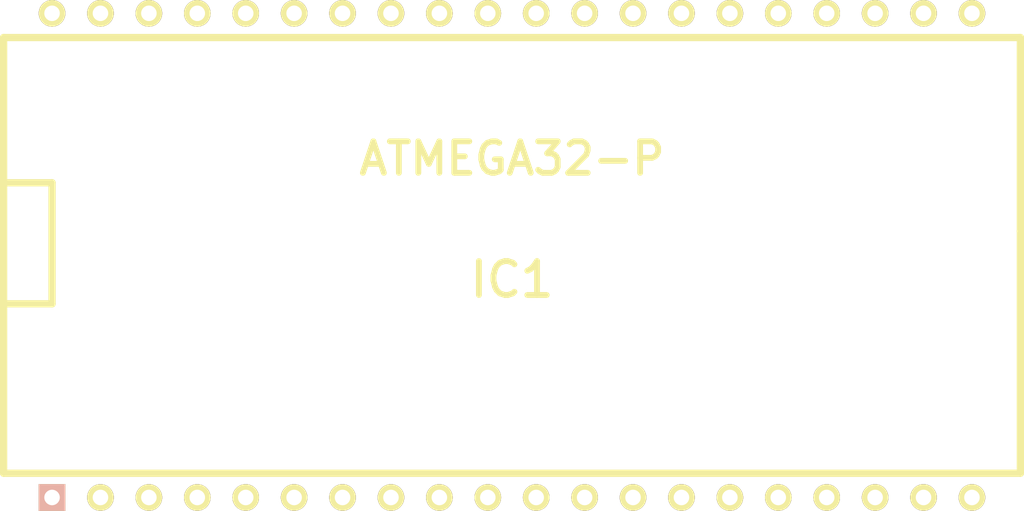
<source format=kicad_pcb>
(kicad_pcb (version 3) (host pcbnew "(2013-07-07 BZR 4022)-stable")

  (general
    (links 0)
    (no_connects 0)
    (area 0 0 0 0)
    (thickness 1.6)
    (drawings 0)
    (tracks 0)
    (zones 0)
    (modules 1)
    (nets 1)
  )

  (page A3)
  (layers
    (15 F.Cu signal)
    (0 B.Cu signal)
    (16 B.Adhes user)
    (17 F.Adhes user)
    (18 B.Paste user)
    (19 F.Paste user)
    (20 B.SilkS user)
    (21 F.SilkS user)
    (22 B.Mask user)
    (23 F.Mask user)
    (24 Dwgs.User user)
    (25 Cmts.User user)
    (26 Eco1.User user)
    (27 Eco2.User user)
    (28 Edge.Cuts user)
  )

  (setup
    (last_trace_width 0.254)
    (trace_clearance 0.254)
    (zone_clearance 0.508)
    (zone_45_only no)
    (trace_min 0.254)
    (segment_width 0.2)
    (edge_width 0.15)
    (via_size 0.889)
    (via_drill 0.635)
    (via_min_size 0.889)
    (via_min_drill 0.508)
    (uvia_size 0.508)
    (uvia_drill 0.127)
    (uvias_allowed no)
    (uvia_min_size 0.508)
    (uvia_min_drill 0.127)
    (pcb_text_width 0.3)
    (pcb_text_size 1.5 1.5)
    (mod_edge_width 0.15)
    (mod_text_size 1.5 1.5)
    (mod_text_width 0.15)
    (pad_size 1.4 1.4)
    (pad_drill 0.6)
    (pad_to_mask_clearance 0.2)
    (aux_axis_origin 0 0)
    (visible_elements 7FFFFFFF)
    (pcbplotparams
      (layerselection 3178497)
      (usegerberextensions true)
      (excludeedgelayer true)
      (linewidth 0.150000)
      (plotframeref false)
      (viasonmask false)
      (mode 1)
      (useauxorigin false)
      (hpglpennumber 1)
      (hpglpenspeed 20)
      (hpglpendiameter 15)
      (hpglpenoverlay 2)
      (psnegative false)
      (psa4output false)
      (plotreference true)
      (plotvalue true)
      (plotothertext true)
      (plotinvisibletext false)
      (padsonsilk false)
      (subtractmaskfromsilk false)
      (outputformat 1)
      (mirror false)
      (drillshape 1)
      (scaleselection 1)
      (outputdirectory ""))
  )

  (net 0 "")

  (net_class Default "Dies ist die voreingestellte Netzklasse."
    (clearance 0.254)
    (trace_width 0.254)
    (via_dia 0.889)
    (via_drill 0.635)
    (uvia_dia 0.508)
    (uvia_drill 0.127)
    (add_net "")
  )

  (module DIP-40__1000 (layer F.Cu) (tedit 200000) (tstamp 53CF7E91)
    (at 77.47 78.74)
    (descr "Module Dip 40 pins, pads ronds, e= 1 pouce")
    (tags DIL)
    (path /53CF7D74)
    (fp_text reference IC1 (at 0 1.27) (layer F.SilkS)
      (effects (font (size 1.778 1.778) (thickness 0.3048)))
    )
    (fp_text value ATMEGA32-P (at 0 -5.08) (layer F.SilkS)
      (effects (font (size 1.651 1.651) (thickness 0.3048)))
    )
    (fp_line (start 26.67 -1.27) (end 26.67 11.43) (layer F.SilkS) (width 0.381))
    (fp_line (start 26.67 11.43) (end -26.67 11.43) (layer F.SilkS) (width 0.381))
    (fp_line (start 26.67 -1.27) (end 26.67 -11.43) (layer F.SilkS) (width 0.381))
    (fp_line (start 26.67 -11.43) (end -26.67 -11.43) (layer F.SilkS) (width 0.381))
    (fp_line (start -26.67 11.43) (end -26.67 -11.43) (layer F.SilkS) (width 0.381))
    (fp_line (start -26.67 2.54) (end -24.13 2.54) (layer F.SilkS) (width 0.381))
    (fp_line (start -24.13 2.54) (end -24.13 -3.81) (layer F.SilkS) (width 0.381))
    (fp_line (start -24.13 -3.81) (end -26.67 -3.81) (layer F.SilkS) (width 0.381))
    (pad 1 thru_hole rect (at -24.13 12.7) (size 1.397 1.397) (drill 0.8128)
      (layers *.Cu *.SilkS *.Mask)
    )
    (pad 2 thru_hole circle (at -21.59 12.7) (size 1.397 1.397) (drill 0.8128)
      (layers *.Cu *.Mask F.SilkS)
    )
    (pad 3 thru_hole circle (at -19.05 12.7) (size 1.397 1.397) (drill 0.8128)
      (layers *.Cu *.Mask F.SilkS)
    )
    (pad 4 thru_hole circle (at -16.51 12.7) (size 1.397 1.397) (drill 0.8128)
      (layers *.Cu *.Mask F.SilkS)
    )
    (pad 5 thru_hole circle (at -13.97 12.7) (size 1.397 1.397) (drill 0.8128)
      (layers *.Cu *.Mask F.SilkS)
    )
    (pad 6 thru_hole circle (at -11.43 12.7) (size 1.397 1.397) (drill 0.8128)
      (layers *.Cu *.Mask F.SilkS)
    )
    (pad 7 thru_hole circle (at -8.89 12.7) (size 1.397 1.397) (drill 0.8128)
      (layers *.Cu *.Mask F.SilkS)
    )
    (pad 8 thru_hole circle (at -6.35 12.7) (size 1.397 1.397) (drill 0.8128)
      (layers *.Cu *.Mask F.SilkS)
    )
    (pad 9 thru_hole circle (at -3.81 12.7) (size 1.397 1.397) (drill 0.8128)
      (layers *.Cu *.Mask F.SilkS)
    )
    (pad 10 thru_hole circle (at -1.27 12.7) (size 1.397 1.397) (drill 0.8128)
      (layers *.Cu *.Mask F.SilkS)
    )
    (pad 11 thru_hole circle (at 1.27 12.7) (size 1.397 1.397) (drill 0.8128)
      (layers *.Cu *.Mask F.SilkS)
    )
    (pad 12 thru_hole circle (at 3.81 12.7) (size 1.397 1.397) (drill 0.8128)
      (layers *.Cu *.Mask F.SilkS)
    )
    (pad 13 thru_hole circle (at 6.35 12.7) (size 1.397 1.397) (drill 0.8128)
      (layers *.Cu *.Mask F.SilkS)
    )
    (pad 14 thru_hole circle (at 8.89 12.7) (size 1.397 1.397) (drill 0.8128)
      (layers *.Cu *.Mask F.SilkS)
    )
    (pad 15 thru_hole circle (at 11.43 12.7) (size 1.397 1.397) (drill 0.8128)
      (layers *.Cu *.Mask F.SilkS)
    )
    (pad 16 thru_hole circle (at 13.97 12.7) (size 1.397 1.397) (drill 0.8128)
      (layers *.Cu *.Mask F.SilkS)
    )
    (pad 17 thru_hole circle (at 16.51 12.7) (size 1.397 1.397) (drill 0.8128)
      (layers *.Cu *.Mask F.SilkS)
    )
    (pad 18 thru_hole circle (at 19.05 12.7) (size 1.397 1.397) (drill 0.8128)
      (layers *.Cu *.Mask F.SilkS)
    )
    (pad 19 thru_hole circle (at 21.59 12.7) (size 1.397 1.397) (drill 0.8128)
      (layers *.Cu *.Mask F.SilkS)
    )
    (pad 20 thru_hole circle (at 24.13 12.7) (size 1.397 1.397) (drill 0.8128)
      (layers *.Cu *.Mask F.SilkS)
    )
    (pad 21 thru_hole circle (at 24.13 -12.7) (size 1.397 1.397) (drill 0.8128)
      (layers *.Cu *.Mask F.SilkS)
    )
    (pad 22 thru_hole circle (at 21.59 -12.7) (size 1.397 1.397) (drill 0.8128)
      (layers *.Cu *.Mask F.SilkS)
    )
    (pad 23 thru_hole circle (at 19.05 -12.7) (size 1.397 1.397) (drill 0.8128)
      (layers *.Cu *.Mask F.SilkS)
    )
    (pad 24 thru_hole circle (at 16.51 -12.7) (size 1.397 1.397) (drill 0.8128)
      (layers *.Cu *.Mask F.SilkS)
    )
    (pad 25 thru_hole circle (at 13.97 -12.7) (size 1.397 1.397) (drill 0.8128)
      (layers *.Cu *.Mask F.SilkS)
    )
    (pad 26 thru_hole circle (at 11.43 -12.7) (size 1.397 1.397) (drill 0.8128)
      (layers *.Cu *.Mask F.SilkS)
    )
    (pad 27 thru_hole circle (at 8.89 -12.7) (size 1.397 1.397) (drill 0.8128)
      (layers *.Cu *.Mask F.SilkS)
    )
    (pad 28 thru_hole circle (at 6.35 -12.7) (size 1.397 1.397) (drill 0.8128)
      (layers *.Cu *.Mask F.SilkS)
    )
    (pad 29 thru_hole circle (at 3.81 -12.7) (size 1.397 1.397) (drill 0.8128)
      (layers *.Cu *.Mask F.SilkS)
    )
    (pad 30 thru_hole circle (at 1.27 -12.7) (size 1.397 1.397) (drill 0.8128)
      (layers *.Cu *.Mask F.SilkS)
    )
    (pad 31 thru_hole circle (at -1.27 -12.7) (size 1.397 1.397) (drill 0.8128)
      (layers *.Cu *.Mask F.SilkS)
    )
    (pad 32 thru_hole circle (at -3.81 -12.7) (size 1.397 1.397) (drill 0.8128)
      (layers *.Cu *.Mask F.SilkS)
    )
    (pad 33 thru_hole circle (at -6.35 -12.7) (size 1.397 1.397) (drill 0.8128)
      (layers *.Cu *.Mask F.SilkS)
    )
    (pad 34 thru_hole circle (at -8.89 -12.7) (size 1.397 1.397) (drill 0.8128)
      (layers *.Cu *.Mask F.SilkS)
    )
    (pad 35 thru_hole circle (at -11.43 -12.7) (size 1.397 1.397) (drill 0.8128)
      (layers *.Cu *.Mask F.SilkS)
    )
    (pad 36 thru_hole circle (at -13.97 -12.7) (size 1.397 1.397) (drill 0.8128)
      (layers *.Cu *.Mask F.SilkS)
    )
    (pad 37 thru_hole circle (at -16.51 -12.7) (size 1.397 1.397) (drill 0.8128)
      (layers *.Cu *.Mask F.SilkS)
    )
    (pad 38 thru_hole circle (at -19.05 -12.7) (size 1.397 1.397) (drill 0.8128)
      (layers *.Cu *.Mask F.SilkS)
    )
    (pad 39 thru_hole circle (at -21.59 -12.7) (size 1.397 1.397) (drill 0.8128)
      (layers *.Cu *.Mask F.SilkS)
    )
    (pad 40 thru_hole circle (at -24.13 -12.7) (size 1.397 1.397) (drill 0.8128)
      (layers *.Cu *.Mask F.SilkS)
    )
  )

)

</source>
